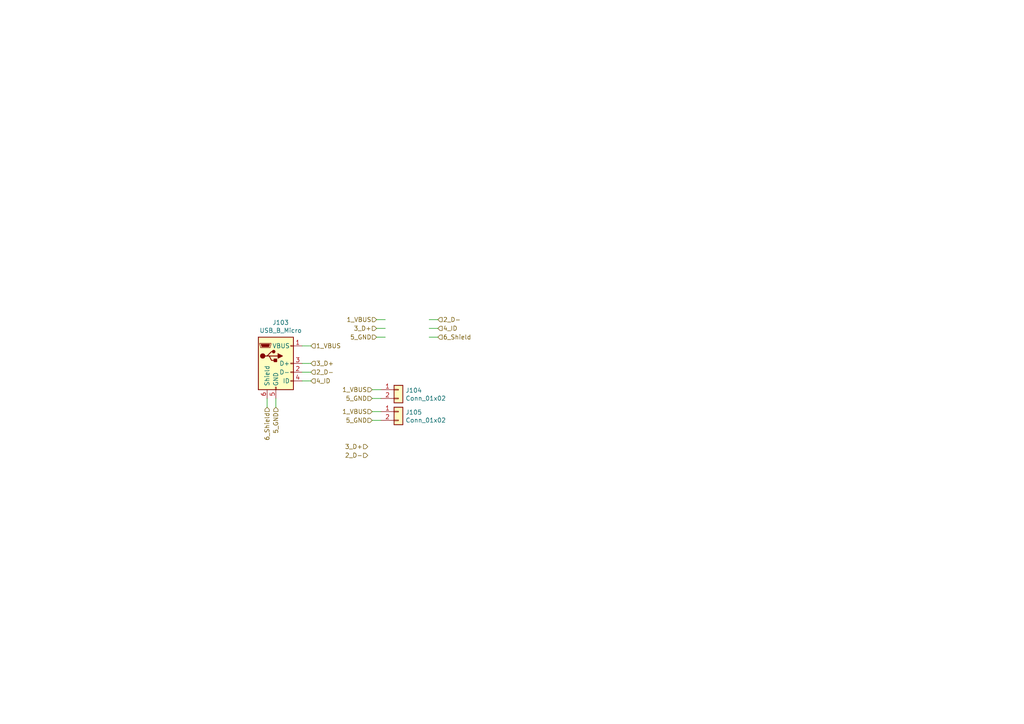
<source format=kicad_sch>
(kicad_sch (version 20210621) (generator eeschema)
  (paper "A4")
  (lib_symbols
    (symbol "FreeEEG32-ads131-rescue:Conn_01x02-Connector_Generic" (pin_names (offset 1.016) hide)
      (property "Reference" "J" (at 0 2.54 0))
      (property "Value" "Conn_01x02-Connector_Generic" (at 0 -5.08 0))
      (symbol "Conn_01x02-Connector_Generic_1_1"
        (rectangle (start -1.27 -2.413) (end 0 -2.667) (stroke (width 0.1524)))
        (rectangle (start -1.27 0.127) (end 0 -0.127) (stroke (width 0.1524)))
        (rectangle (start -1.27 1.27) (end 1.27 -3.81) (stroke (width 0.254)) (fill (type background)))
        (pin passive line (at -5.08 0 0) (length 3.81) (name "Pin_1") (number "1"))
        (pin passive line (at -5.08 -2.54 0) (length 3.81) (name "Pin_2") (number "2"))
      )
    )
    (symbol "FreeEEG32-ads131-rescue:USB_B_Micro-Connector" (pin_names (offset 1.016))
      (property "Reference" "J" (at -5.08 11.43 0))
      (property "Value" "USB_B_Micro-Connector" (at -5.08 8.89 0))
      (symbol "USB_B_Micro-Connector_0_1"
        (circle (center -3.81 2.159) (radius 0.635) (stroke (width 0.254)) (fill (type outline)))
        (circle (center -0.635 3.429) (radius 0.381) (stroke (width 0.254)) (fill (type outline)))
        (rectangle (start -0.127 -7.62) (end 0.127 -6.858))
        (rectangle (start 5.08 -5.207) (end 4.318 -4.953))
        (rectangle (start 5.08 -2.667) (end 4.318 -2.413))
        (rectangle (start 5.08 -0.127) (end 4.318 0.127))
        (rectangle (start 5.08 4.953) (end 4.318 5.207))
        (rectangle (start 0.254 1.27) (end -0.508 0.508) (stroke (width 0.254)) (fill (type outline)))
        (rectangle (start -5.08 -7.62) (end 5.08 7.62) (stroke (width 0.254)) (fill (type background)))
        (polyline (pts (xy -1.905 2.159) (xy 0.635 2.159)) (stroke (width 0.254)))
        (polyline (pts (xy -3.175 2.159) (xy -2.54 2.159) (xy -1.27 3.429) (xy -0.635 3.429)) (stroke (width 0.254)))
        (polyline (pts (xy -2.54 2.159) (xy -1.905 2.159) (xy -1.27 0.889) (xy 0 0.889)) (stroke (width 0.254)))
        (polyline (pts (xy -4.699 5.842) (xy -4.699 5.588) (xy -4.445 4.826) (xy -4.445 4.572) (xy -1.651 4.572) (xy -1.651 4.826) (xy -1.397 5.588) (xy -1.397 5.842) (xy -4.699 5.842)))
        (polyline (pts (xy 0.635 2.794) (xy 0.635 1.524) (xy 1.905 2.159) (xy 0.635 2.794)) (stroke (width 0.254)) (fill (type outline)))
        (polyline (pts (xy -4.318 5.588) (xy -1.778 5.588) (xy -2.032 4.826) (xy -4.064 4.826) (xy -4.318 5.588)) (fill (type outline)))
      )
      (symbol "USB_B_Micro-Connector_1_1"
        (pin power_out line (at 7.62 5.08 180) (length 2.54) (name "VBUS") (number "1"))
        (pin passive line (at 7.62 -2.54 180) (length 2.54) (name "D-") (number "2"))
        (pin passive line (at 7.62 0 180) (length 2.54) (name "D+") (number "3"))
        (pin passive line (at 7.62 -5.08 180) (length 2.54) (name "ID") (number "4"))
        (pin power_out line (at 0 -10.16 90) (length 2.54) (name "GND") (number "5"))
        (pin passive line (at -2.54 -10.16 90) (length 2.54) (name "Shield") (number "6"))
      )
    )
  )
  (wire (pts (xy 77.47 118.11) (xy 77.47 115.57)))
  (wire (pts (xy 80.01 118.11) (xy 80.01 115.57)))
  (wire (pts (xy 90.17 100.33) (xy 87.63 100.33)))
  (wire (pts (xy 90.17 105.41) (xy 87.63 105.41)))
  (wire (pts (xy 90.17 107.95) (xy 87.63 107.95)))
  (wire (pts (xy 90.17 110.49) (xy 87.63 110.49)))
  (wire (pts (xy 107.95 113.03) (xy 110.49 113.03)))
  (wire (pts (xy 107.95 115.57) (xy 110.49 115.57)))
  (wire (pts (xy 107.95 119.38) (xy 110.49 119.38)))
  (wire (pts (xy 107.95 121.92) (xy 110.49 121.92)))
  (wire (pts (xy 109.22 92.71) (xy 111.76 92.71)))
  (wire (pts (xy 109.22 95.25) (xy 111.76 95.25)))
  (wire (pts (xy 109.22 97.79) (xy 111.76 97.79)))
  (wire (pts (xy 127 92.71) (xy 124.46 92.71)))
  (wire (pts (xy 127 95.25) (xy 124.46 95.25)))
  (wire (pts (xy 127 97.79) (xy 124.46 97.79)))
  (hierarchical_label "6_Shield" (shape input) (at 77.47 118.11 270))
  (hierarchical_label "5_GND" (shape input) (at 80.01 118.11 270))
  (hierarchical_label "1_VBUS" (shape input) (at 90.17 100.33 0))
  (hierarchical_label "3_D+" (shape input) (at 90.17 105.41 0))
  (hierarchical_label "2_D-" (shape input) (at 90.17 107.95 0))
  (hierarchical_label "4_ID" (shape input) (at 90.17 110.49 0))
  (hierarchical_label "3_D+" (shape input) (at 106.68 129.54 180))
  (hierarchical_label "2_D-" (shape input) (at 106.68 132.08 180))
  (hierarchical_label "1_VBUS" (shape input) (at 107.95 113.03 180))
  (hierarchical_label "5_GND" (shape input) (at 107.95 115.57 180))
  (hierarchical_label "1_VBUS" (shape input) (at 107.95 119.38 180))
  (hierarchical_label "5_GND" (shape input) (at 107.95 121.92 180))
  (hierarchical_label "1_VBUS" (shape input) (at 109.22 92.71 180))
  (hierarchical_label "3_D+" (shape input) (at 109.22 95.25 180))
  (hierarchical_label "5_GND" (shape input) (at 109.22 97.79 180))
  (hierarchical_label "2_D-" (shape input) (at 127 92.71 0))
  (hierarchical_label "4_ID" (shape input) (at 127 95.25 0))
  (hierarchical_label "6_Shield" (shape input) (at 127 97.79 0))
  (symbol (lib_id "FreeEEG32-ads131-rescue:Conn_01x02-Connector_Generic") (at 115.57 113.03 0) (unit 1)
    (property "Reference" "J104" (at 117.602 113.2332 0) (effects (justify left)))
    (property "Value" "Conn_01x02" (at 117.602 115.5446 0) (effects (justify left)))
    (property "Footprint" "Connector_PinHeader_2.54mm:PinHeader_2x01_P2.54mm_Horizontal" (effects hide))
    (property "MNP" "PREC001DBAN-M71RC" (effects hide))
  )
  (symbol (lib_id "FreeEEG32-ads131-rescue:Conn_01x02-Connector_Generic") (at 115.57 119.38 0) (unit 1)
    (property "Reference" "J105" (at 117.602 119.5832 0) (effects (justify left)))
    (property "Value" "Conn_01x02" (at 117.602 121.8946 0) (effects (justify left)))
    (property "Footprint" "Connector_PinHeader_2.54mm:PinHeader_2x01_P2.54mm_Horizontal" (effects hide))
    (property "MNP" "PREC001DBAN-M71RC" (effects hide))
  )
  (symbol (lib_id "FreeEEG32-ads131-rescue:USB_B_Micro-Connector") (at 80.01 105.41 0) (unit 1)
    (property "Reference" "J103" (at 81.407 93.5482 0))
    (property "Value" "USB_B_Micro" (at 81.407 95.8596 0))
    (property "Footprint" "Connector_USB:USB_Micro-B_Molex-105017-0001" (effects hide))
    (property "MNP" "105017-0001" (effects hide))
    (property "Manufacturer" "Molex" (effects hide))
  )
)
</source>
